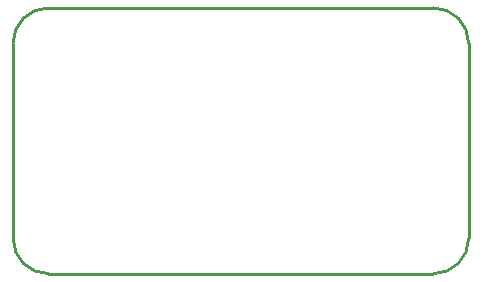
<source format=gm1>
G04*
G04 #@! TF.GenerationSoftware,Altium Limited,Altium Designer,20.0.10 (225)*
G04*
G04 Layer_Color=16711935*
%FSLAX25Y25*%
%MOIN*%
G70*
G01*
G75*
%ADD12C,0.01000*%
D12*
X305118Y381890D02*
G03*
X316929Y393701I0J11811D01*
G01*
X165000D02*
G03*
X176811Y381890I11811J0D01*
G01*
X316929Y458689D02*
G03*
X305118Y470500I-11811J0D01*
G01*
X176811D02*
G03*
X165000Y458689I0J-11811D01*
G01*
X316929Y393701D02*
Y458689D01*
X176811Y381890D02*
X305118D01*
X165000Y393701D02*
Y458500D01*
X176811Y470500D02*
X305118D01*
Y381890D02*
G03*
X316929Y393701I0J11811D01*
G01*
X165000D02*
G03*
X176811Y381890I11811J0D01*
G01*
X316929Y458689D02*
G03*
X305118Y470500I-11811J0D01*
G01*
X176811D02*
G03*
X165000Y458689I0J-11811D01*
G01*
X316929Y393701D02*
Y458689D01*
X176811Y381890D02*
X305118D01*
X165000Y393701D02*
Y458500D01*
X176811Y470500D02*
X305118D01*
M02*

</source>
